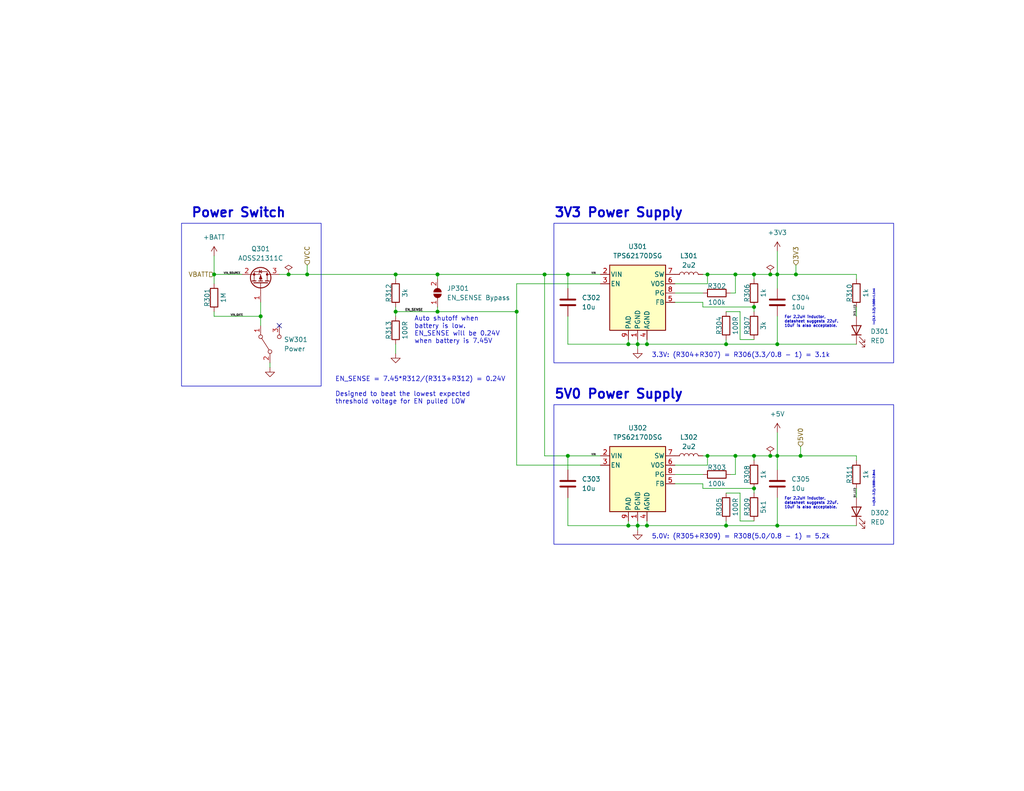
<source format=kicad_sch>
(kicad_sch (version 20230121) (generator eeschema)
  (paper "USLetter")
  (title_block (title "MiniSkidi Control Board") (date "2024-02-17") (rev "A1") (company "Olympus Engineering"))
  (lib_symbols
    (symbol "Device:C" (pin_numbers hide) (pin_names (offset 0.254))
      (property "Reference" "C" (at 0.635 2.54 0))
      (property "Value" "C" (at 0.635 -2.54 0))
      (symbol "C_0_1"
        (polyline (pts (xy -2.032 -0.762) (xy 2.032 -0.762)) (stroke (width 0.508)))
        (polyline (pts (xy -2.032 0.762) (xy 2.032 0.762)) (stroke (width 0.508)))
      )
      (symbol "C_1_1"
        (pin passive line (at 0 3.81 270) (length 2.794) (name "~") (number "1"))
        (pin passive line (at 0 -3.81 90) (length 2.794) (name "~") (number "2"))
      )
    )
    (symbol "Device:L" (pin_numbers hide) (pin_names (offset 1.016) hide)
      (property "Reference" "L" (at -1.27 0 90))
      (property "Value" "L" (at 1.905 0 90))
      (symbol "L_0_1"
        (arc (start 0 -2.54) (mid 0.6323 -1.905) (end 0 -1.27))
        (arc (start 0 -1.27) (mid 0.6323 -0.635) (end 0 0))
        (arc (start 0 0) (mid 0.6323 0.635) (end 0 1.27))
        (arc (start 0 1.27) (mid 0.6323 1.905) (end 0 2.54))
      )
      (symbol "L_1_1"
        (pin passive line (at 0 3.81 270) (length 1.27) (name "1") (number "1"))
        (pin passive line (at 0 -3.81 90) (length 1.27) (name "2") (number "2"))
      )
    )
    (symbol "Device:LED" (pin_numbers hide) (pin_names (offset 1.016) hide)
      (property "Reference" "D" (at 0 2.54 0))
      (property "Value" "LED" (at 0 -2.54 0))
      (symbol "LED_0_1"
        (polyline (pts (xy -1.27 -1.27) (xy -1.27 1.27)) (stroke (width 0.254)))
        (polyline (pts (xy -1.27 0) (xy 1.27 0)))
        (polyline (pts (xy 1.27 -1.27) (xy 1.27 1.27) (xy -1.27 0) (xy 1.27 -1.27)) (stroke (width 0.254)))
        (polyline (pts (xy -3.048 -0.762) (xy -4.572 -2.286) (xy -3.81 -2.286) (xy -4.572 -2.286) (xy -4.572 -1.524)))
        (polyline (pts (xy -1.778 -0.762) (xy -3.302 -2.286) (xy -2.54 -2.286) (xy -3.302 -2.286) (xy -3.302 -1.524)))
      )
      (symbol "LED_1_1"
        (pin passive line (at -3.81 0 0) (length 2.54) (name "K") (number "1"))
        (pin passive line (at 3.81 0 180) (length 2.54) (name "A") (number "2"))
      )
    )
    (symbol "Device:R" (pin_numbers hide) (pin_names (offset 0))
      (property "Reference" "R" (at 2.032 0 90))
      (property "Value" "R" (at 0 0 90))
      (symbol "R_0_1"
        (rectangle (start -1.016 -2.54) (end 1.016 2.54) (stroke (width 0.254)))
      )
      (symbol "R_1_1"
        (pin passive line (at 0 3.81 270) (length 1.27) (name "~") (number "1"))
        (pin passive line (at 0 -3.81 90) (length 1.27) (name "~") (number "2"))
      )
    )
    (symbol "Jumper:SolderJumper_2_Open" (pin_names (offset 0) hide)
      (property "Reference" "JP" (at 0 2.032 0))
      (property "Value" "SolderJumper_2_Open" (at 0 -2.54 0))
      (symbol "SolderJumper_2_Open_0_1"
        (arc (start -0.254 1.016) (mid -1.2656 0) (end -0.254 -1.016))
        (arc (start -0.254 1.016) (mid -1.2656 0) (end -0.254 -1.016) (fill (type outline)))
        (polyline (pts (xy -0.254 1.016) (xy -0.254 -1.016)))
        (polyline (pts (xy 0.254 1.016) (xy 0.254 -1.016)))
        (arc (start 0.254 -1.016) (mid 1.2656 0) (end 0.254 1.016))
        (arc (start 0.254 -1.016) (mid 1.2656 0) (end 0.254 1.016) (fill (type outline)))
      )
      (symbol "SolderJumper_2_Open_1_1"
        (pin passive line (at -3.81 0 0) (length 2.54) (name "A") (number "1"))
        (pin passive line (at 3.81 0 180) (length 2.54) (name "B") (number "2"))
      )
    )
    (symbol "Switch:SW_SPDT" (pin_names (offset 0) hide)
      (property "Reference" "SW" (at 0 4.318 0))
      (property "Value" "SW_SPDT" (at 0 -5.08 0))
      (symbol "SW_SPDT_0_0"
        (circle (center -2.032 0) (radius 0.508))
        (circle (center 2.032 -2.54) (radius 0.508))
      )
      (symbol "SW_SPDT_0_1"
        (polyline (pts (xy -1.524 0.254) (xy 1.651 2.286)))
        (circle (center 2.032 2.54) (radius 0.508))
      )
      (symbol "SW_SPDT_1_1"
        (pin passive line (at 5.08 2.54 180) (length 2.54) (name "A") (number "1"))
        (pin passive line (at -5.08 0 0) (length 2.54) (name "B") (number "2"))
        (pin passive line (at 5.08 -2.54 180) (length 2.54) (name "C") (number "3"))
      )
    )
    (symbol "Transistor_FET:FDN340P" (pin_names hide)
      (property "Reference" "Q" (at 5.08 1.905 0))
      (property "Value" "FDN340P" (at 5.08 0 0))
      (symbol "FDN340P_0_1"
        (polyline (pts (xy 0.254 0) (xy -2.54 0)))
        (polyline (pts (xy 0.254 1.905) (xy 0.254 -1.905)) (stroke (width 0.254)))
        (polyline (pts (xy 0.762 -1.27) (xy 0.762 -2.286)) (stroke (width 0.254)))
        (polyline (pts (xy 0.762 0.508) (xy 0.762 -0.508)) (stroke (width 0.254)))
        (polyline (pts (xy 0.762 2.286) (xy 0.762 1.27)) (stroke (width 0.254)))
        (polyline (pts (xy 2.54 2.54) (xy 2.54 1.778)))
        (polyline (pts (xy 2.54 -2.54) (xy 2.54 0) (xy 0.762 0)))
        (polyline (pts (xy 0.762 1.778) (xy 3.302 1.778) (xy 3.302 -1.778) (xy 0.762 -1.778)))
        (polyline (pts (xy 2.286 0) (xy 1.27 0.381) (xy 1.27 -0.381) (xy 2.286 0)) (fill (type outline)))
        (polyline (pts (xy 2.794 -0.508) (xy 2.921 -0.381) (xy 3.683 -0.381) (xy 3.81 -0.254)))
        (polyline (pts (xy 3.302 -0.381) (xy 2.921 0.254) (xy 3.683 0.254) (xy 3.302 -0.381)))
        (circle (center 1.651 0) (radius 2.794) (stroke (width 0.254)))
        (circle (center 2.54 -1.778) (radius 0.254) (fill (type outline)))
        (circle (center 2.54 1.778) (radius 0.254) (fill (type outline)))
      )
      (symbol "FDN340P_1_1"
        (pin input line (at -5.08 0 0) (length 2.54) (name "G") (number "1"))
        (pin passive line (at 2.54 -5.08 90) (length 2.54) (name "S") (number "2"))
        (pin passive line (at 2.54 5.08 270) (length 2.54) (name "D") (number "3"))
      )
    )
    (symbol "olympus-ecad:TPS62172DSG" (pin_names (offset 0.254))
      (property "Reference" "U" (at -7.62 11.43 0))
      (property "Value" "TPS62172DSG" (at -1.27 11.43 0))
      (symbol "TPS62172DSG_0_1"
        (rectangle (start -7.62 10.16) (end 7.62 -7.62) (stroke (width 0.254)) (fill (type background)))
      )
      (symbol "TPS62172DSG_1_1"
        (pin power_in line (at 0 -10.16 90) (length 2.54) (name "PGND") (number "1"))
        (pin power_in line (at -10.16 7.62 0) (length 2.54) (name "VIN") (number "2"))
        (pin input line (at -10.16 5.08 0) (length 2.54) (name "EN") (number "3"))
        (pin power_in line (at 2.54 -10.16 90) (length 2.54) (name "AGND") (number "4"))
        (pin input line (at 10.16 0 180) (length 2.54) (name "FB") (number "5"))
        (pin input line (at 10.16 5.08 180) (length 2.54) (name "VOS") (number "6"))
        (pin output line (at 10.16 7.62 180) (length 2.54) (name "SW") (number "7"))
        (pin open_collector line (at 10.16 2.54 180) (length 2.54) (name "PG") (number "8"))
        (pin power_in line (at -2.54 -10.16 90) (length 2.54) (name "PAD") (number "9"))
      )
    )
    (symbol "power:+3V3" (power) (pin_names (offset 0))
      (property "Value" "+3V3" (at 0 3.556 0))
      (symbol "+3V3_0_1"
        (polyline (pts (xy -0.762 1.27) (xy 0 2.54)))
        (polyline (pts (xy 0 0) (xy 0 2.54)))
        (polyline (pts (xy 0 2.54) (xy 0.762 1.27)))
      )
      (symbol "+3V3_1_1"
        (pin power_in line (at 0 0 90) (length 0) hide (name "+3V3") (number "1"))
      )
    )
    (symbol "power:+5V" (power) (pin_names (offset 0))
      (property "Value" "+5V" (at 0 3.556 0))
      (symbol "+5V_0_1"
        (polyline (pts (xy -0.762 1.27) (xy 0 2.54)))
        (polyline (pts (xy 0 0) (xy 0 2.54)))
        (polyline (pts (xy 0 2.54) (xy 0.762 1.27)))
      )
      (symbol "+5V_1_1"
        (pin power_in line (at 0 0 90) (length 0) hide (name "+5V") (number "1"))
      )
    )
    (symbol "power:+BATT" (power) (pin_names (offset 0))
      (property "Value" "+BATT" (at 0 3.556 0))
      (symbol "+BATT_0_1"
        (polyline (pts (xy -0.762 1.27) (xy 0 2.54)))
        (polyline (pts (xy 0 0) (xy 0 2.54)))
        (polyline (pts (xy 0 2.54) (xy 0.762 1.27)))
      )
      (symbol "+BATT_1_1"
        (pin power_in line (at 0 0 90) (length 0) hide (name "+BATT") (number "1"))
      )
    )
    (symbol "power:GND" (power) (pin_names (offset 0))
      (property "Value" "GND" (at 0 -3.81 0))
      (symbol "GND_0_1"
        (polyline (pts (xy 0 0) (xy 0 -1.27) (xy 1.27 -1.27) (xy 0 -2.54) (xy -1.27 -1.27) (xy 0 -1.27)))
      )
      (symbol "GND_1_1"
        (pin power_in line (at 0 0 270) (length 0) hide (name "GND") (number "1"))
      )
    )
    (symbol "power:PWR_FLAG" (power) (pin_numbers hide) (pin_names (offset 0) hide)
      (property "Value" "PWR_FLAG" (at 0 3.81 0))
      (symbol "PWR_FLAG_0_0"
        (pin power_out line (at 0 0 90) (length 0) (name "pwr") (number "1"))
      )
      (symbol "PWR_FLAG_0_1"
        (polyline (pts (xy 0 0) (xy 0 1.27) (xy -1.016 1.905) (xy 0 2.54) (xy 1.016 1.905) (xy 0 1.27)))
      )
    )
  )
  (junction (at 83.82 74.93))
  (junction (at 78.74 74.93))
  (junction (at 119.38 85.09))
  (junction (at 173.99 143.51))
  (junction (at 198.12 143.51))
  (junction (at 176.53 143.51))
  (junction (at 212.09 93.98))
  (junction (at 205.74 124.46))
  (junction (at 107.95 74.93))
  (junction (at 119.38 74.93))
  (junction (at 205.74 74.93))
  (junction (at 198.12 93.98))
  (junction (at 210.185 124.46))
  (junction (at 58.42 74.93))
  (junction (at 205.74 133.35))
  (junction (at 171.45 93.98))
  (junction (at 200.66 124.46))
  (junction (at 218.44 124.46))
  (junction (at 212.09 143.51))
  (junction (at 210.185 74.93))
  (junction (at 205.74 83.82))
  (junction (at 148.59 74.93))
  (junction (at 71.12 86.36))
  (junction (at 193.04 124.46))
  (junction (at 212.09 124.46))
  (junction (at 200.66 74.93))
  (junction (at 107.95 85.09))
  (junction (at 212.09 74.93))
  (junction (at 140.97 85.09))
  (junction (at 176.53 93.98))
  (junction (at 154.94 74.93))
  (junction (at 154.94 124.46))
  (junction (at 217.17 74.93))
  (junction (at 173.99 93.98))
  (junction (at 171.45 143.51))
  (junction (at 193.04 74.93))
  (no_connect (at 76.2 88.9))
  (wire (pts (xy 163.83 127) (xy 140.97 127)))
  (wire (pts (xy 205.74 133.35) (xy 191.77 133.35)))
  (wire (pts (xy 154.94 124.46) (xy 163.83 124.46)))
  (wire (pts (xy 58.42 74.93) (xy 66.04 74.93)))
  (wire (pts (xy 205.74 74.93) (xy 210.185 74.93)))
  (wire (pts (xy 154.94 86.36) (xy 154.94 93.98)))
  (wire (pts (xy 176.53 92.71) (xy 176.53 93.98)))
  (wire (pts (xy 140.97 127) (xy 140.97 85.09)))
  (wire (pts (xy 212.09 135.89) (xy 212.09 143.51)))
  (wire (pts (xy 198.12 142.24) (xy 198.12 143.51)))
  (wire (pts (xy 193.04 124.46) (xy 200.66 124.46)))
  (wire (pts (xy 198.12 93.98) (xy 212.09 93.98)))
  (wire (pts (xy 78.74 74.93) (xy 83.82 74.93)))
  (wire (pts (xy 173.99 143.51) (xy 176.53 143.51)))
  (wire (pts (xy 212.09 68.58) (xy 212.09 74.93)))
  (wire (pts (xy 154.94 93.98) (xy 171.45 93.98)))
  (wire (pts (xy 212.09 74.93) (xy 210.185 74.93)))
  (wire (pts (xy 173.99 92.71) (xy 173.99 93.98)))
  (wire (pts (xy 212.09 124.46) (xy 210.185 124.46)))
  (wire (pts (xy 200.66 124.46) (xy 205.74 124.46)))
  (wire (pts (xy 184.15 80.01) (xy 191.77 80.01)))
  (wire (pts (xy 218.44 121.92) (xy 218.44 124.46)))
  (wire (pts (xy 212.09 128.27) (xy 212.09 124.46)))
  (wire (pts (xy 233.68 125.73) (xy 233.68 124.46)))
  (wire (pts (xy 205.74 83.82) (xy 205.74 85.09)))
  (wire (pts (xy 233.68 76.2) (xy 233.68 74.93)))
  (wire (pts (xy 201.93 134.62) (xy 201.93 142.24)))
  (wire (pts (xy 199.39 129.54) (xy 200.66 129.54)))
  (wire (pts (xy 58.42 85.09) (xy 58.42 86.36)))
  (wire (pts (xy 217.17 72.39) (xy 217.17 74.93)))
  (wire (pts (xy 184.15 129.54) (xy 191.77 129.54)))
  (wire (pts (xy 176.53 93.98) (xy 198.12 93.98)))
  (wire (pts (xy 233.68 133.35) (xy 233.68 135.89)))
  (wire (pts (xy 191.77 74.93) (xy 193.04 74.93)))
  (wire (pts (xy 212.09 143.51) (xy 233.68 143.51)))
  (wire (pts (xy 217.17 74.93) (xy 233.68 74.93)))
  (wire (pts (xy 107.95 83.82) (xy 107.95 85.09)))
  (wire (pts (xy 184.15 127) (xy 193.04 127)))
  (wire (pts (xy 205.74 133.35) (xy 205.74 134.62)))
  (wire (pts (xy 212.09 118.11) (xy 212.09 124.46)))
  (wire (pts (xy 107.95 85.09) (xy 107.95 86.36)))
  (wire (pts (xy 154.94 143.51) (xy 171.45 143.51)))
  (wire (pts (xy 83.82 72.39) (xy 83.82 74.93)))
  (wire (pts (xy 205.74 83.82) (xy 191.77 83.82)))
  (wire (pts (xy 176.53 143.51) (xy 198.12 143.51)))
  (wire (pts (xy 212.09 86.36) (xy 212.09 93.98)))
  (wire (pts (xy 176.53 142.24) (xy 176.53 143.51)))
  (wire (pts (xy 154.94 124.46) (xy 148.59 124.46)))
  (wire (pts (xy 83.82 74.93) (xy 107.95 74.93)))
  (wire (pts (xy 212.09 124.46) (xy 218.44 124.46)))
  (wire (pts (xy 154.94 135.89) (xy 154.94 143.51)))
  (wire (pts (xy 119.38 85.09) (xy 140.97 85.09)))
  (wire (pts (xy 171.45 92.71) (xy 171.45 93.98)))
  (wire (pts (xy 201.93 85.09) (xy 201.93 92.71)))
  (wire (pts (xy 193.04 74.93) (xy 200.66 74.93)))
  (wire (pts (xy 107.95 93.98) (xy 107.95 96.52)))
  (wire (pts (xy 58.42 86.36) (xy 71.12 86.36)))
  (wire (pts (xy 198.12 134.62) (xy 201.93 134.62)))
  (wire (pts (xy 148.59 74.93) (xy 154.94 74.93)))
  (wire (pts (xy 205.74 124.46) (xy 205.74 125.73)))
  (wire (pts (xy 76.2 74.93) (xy 78.74 74.93)))
  (wire (pts (xy 107.95 74.93) (xy 107.95 76.2)))
  (wire (pts (xy 173.99 142.24) (xy 173.99 143.51)))
  (wire (pts (xy 171.45 93.98) (xy 173.99 93.98)))
  (wire (pts (xy 193.04 124.46) (xy 193.04 127)))
  (wire (pts (xy 191.77 124.46) (xy 193.04 124.46)))
  (wire (pts (xy 198.12 85.09) (xy 201.93 85.09)))
  (wire (pts (xy 233.68 83.82) (xy 233.68 86.36)))
  (wire (pts (xy 173.99 93.98) (xy 173.99 95.25)))
  (wire (pts (xy 200.66 74.93) (xy 205.74 74.93)))
  (wire (pts (xy 163.83 77.47) (xy 140.97 77.47)))
  (wire (pts (xy 191.77 83.82) (xy 191.77 82.55)))
  (wire (pts (xy 148.59 74.93) (xy 148.59 124.46)))
  (wire (pts (xy 73.66 99.06) (xy 73.66 100.33)))
  (wire (pts (xy 58.42 69.85) (xy 58.42 74.93)))
  (wire (pts (xy 184.15 82.55) (xy 191.77 82.55)))
  (wire (pts (xy 201.93 142.24) (xy 205.74 142.24)))
  (wire (pts (xy 154.94 74.93) (xy 154.94 78.74)))
  (wire (pts (xy 107.95 74.93) (xy 119.38 74.93)))
  (wire (pts (xy 212.09 74.93) (xy 217.17 74.93)))
  (wire (pts (xy 173.99 93.98) (xy 176.53 93.98)))
  (wire (pts (xy 201.93 92.71) (xy 205.74 92.71)))
  (wire (pts (xy 198.12 92.71) (xy 198.12 93.98)))
  (wire (pts (xy 140.97 77.47) (xy 140.97 85.09)))
  (wire (pts (xy 58.42 74.93) (xy 58.42 77.47)))
  (wire (pts (xy 205.74 74.93) (xy 205.74 76.2)))
  (wire (pts (xy 200.66 80.01) (xy 200.66 74.93)))
  (wire (pts (xy 200.66 129.54) (xy 200.66 124.46)))
  (wire (pts (xy 119.38 74.93) (xy 119.38 76.2)))
  (wire (pts (xy 212.09 93.98) (xy 233.68 93.98)))
  (wire (pts (xy 205.74 124.46) (xy 210.185 124.46)))
  (wire (pts (xy 193.04 74.93) (xy 193.04 77.47)))
  (wire (pts (xy 218.44 124.46) (xy 233.68 124.46)))
  (wire (pts (xy 198.12 143.51) (xy 212.09 143.51)))
  (wire (pts (xy 154.94 74.93) (xy 163.83 74.93)))
  (wire (pts (xy 184.15 77.47) (xy 193.04 77.47)))
  (wire (pts (xy 119.38 74.93) (xy 148.59 74.93)))
  (wire (pts (xy 154.94 124.46) (xy 154.94 128.27)))
  (wire (pts (xy 212.09 78.74) (xy 212.09 74.93)))
  (wire (pts (xy 71.12 86.36) (xy 71.12 88.9)))
  (wire (pts (xy 171.45 142.24) (xy 171.45 143.51)))
  (wire (pts (xy 107.95 85.09) (xy 119.38 85.09)))
  (wire (pts (xy 173.99 143.51) (xy 173.99 144.78)))
  (wire (pts (xy 184.15 132.08) (xy 191.77 132.08)))
  (wire (pts (xy 199.39 80.01) (xy 200.66 80.01)))
  (wire (pts (xy 119.38 83.82) (xy 119.38 85.09)))
  (wire (pts (xy 171.45 143.51) (xy 173.99 143.51)))
  (wire (pts (xy 191.77 133.35) (xy 191.77 132.08)))
  (wire (pts (xy 71.12 82.55) (xy 71.12 86.36)))
  (rectangle (start 151.13 110.49) (end 243.84 148.59))
  (rectangle (start 151.13 60.96) (end 243.84 99.06))
  (rectangle (start 49.53 60.96) (end 87.63 105.41))
  (text "EN_SENSE = 7.45*R312/(R313+R312) = 0.24V\n\nDesigned to beat the lowest expected\nthreshold voltage for EN pulled LOW" (at 91.44 110.49 0) (effects (font (size 1.27 1.27)) (justify left bottom)))
  (text "For 2.2uH inductor,\ndatasheet suggests 22uF.\n10uF is also acceptable." (at 213.995 139.065 0) (effects (font (size 0.75 0.75)) (justify left bottom)))
  (text "Auto shutoff when \nbattery is low.\nEN_SENSE will be 0.24V \nwhen battery is 7.45V" (at 113.03 93.98 0) (effects (font (size 1.27 1.27)) (justify left bottom)))
  (text "5V0 Power Supply" (at 151.13 109.22 0) (effects (font (size 2.54 2.54) (thickness 0.508) bold) (justify left bottom)))
  (text "I=(5.0-2.2)/1000=2.8mA" (at 238.76 138.43 90) (effects (font (size 0.5 0.5)) (justify left bottom)))
  (text "5.0V: (R305+R309) = R308(5.0/0.8 - 1) = 5.2k" (at 177.8 147.32 0) (effects (font (size 1.27 1.27)) (justify left bottom)))
  (text "For 2.2uH inductor,\ndatasheet suggests 22uF.\n10uF is also acceptable." (at 213.995 89.535 0) (effects (font (size 0.75 0.75)) (justify left bottom)))
  (text "3.3V: (R304+R307) = R306(3.3/0.8 - 1) = 3.1k\n" (at 177.8 97.79 0) (effects (font (size 1.27 1.27)) (justify left bottom)))
  (text "Power Switch" (at 52.07 59.69 0) (effects (font (size 2.54 2.54) (thickness 0.508) bold) (justify left bottom)))
  (text "3V3 Power Supply" (at 151.13 59.69 0) (effects (font (size 2.54 2.54) (thickness 0.508) bold) (justify left bottom)))
  (text "I=(3.3-2.2)/1000=1.1mA" (at 238.76 88.9 90) (effects (font (size 0.5 0.5)) (justify left bottom)))
  (label "VIN_GATE" (at 62.865 86.36 0) (effects (font (size 0.5 0.5))))
  (label "5V_LED" (at 233.68 135.89 90) (effects (font (size 0.5 0.5) bold)))
  (label "VIN_SOURCE" (at 60.96 74.93 0) (effects (font (size 0.5 0.5))))
  (label "VIN" (at 161.29 124.46 0) (effects (font (size 0.5 0.5))))
  (label "3V3_LED" (at 233.68 86.36 90) (effects (font (size 0.5 0.5) bold)))
  (label "EN_SENSE" (at 110.49 85.09 0) (effects (font (size 0.635 0.635))))
  (label "VIN" (at 161.29 74.93 0) (effects (font (size 0.5 0.5))))
  (hierarchical_label "5V0" (shape input) (at 218.44 121.92 90))
  (hierarchical_label "3V3" (shape input) (at 217.17 72.39 90))
  (hierarchical_label "VBATT" (shape input) (at 58.42 74.93 180))
  (hierarchical_label "VCC" (shape input) (at 83.82 72.39 90))
  (symbol (lib_id "Device:R") (at 205.74 80.01 180) (unit 1)
    (property "Reference" "R306" (at 203.835 80.01 90))
    (property "Value" "1k" (at 208.28 80.01 90))
    (property "Footprint" "Resistor_SMD:R_0603_1608Metric" (effects hide))
    (property "Datasheet" "https://www.yageo.com/upload/media/product/app/datasheet/rchip/pyu-rc_group_51_rohs_l.pdf" (effects hide))
    (property "Distributor Link" "https://www.digikey.com/en/products/detail/yageo/RC0603FR-131KL/12756402?s=N4IgTCBcDaIEoGEAMA2JBmAYnAtARnTwGkAZEAXQF8g" (effects hide))
    (property "Manfacturer PN" "RC0603FR-131KL" (effects hide))
    (property "Manufacturer" "YAGEO" (effects hide))
  )
  (symbol (lib_id "power:GND") (at 173.99 95.25 0) (unit 1)
    (property "Reference" "#PWR0305" (effects hide))
    (property "Value" "GND" (effects hide))
  )
  (symbol (lib_id "power:GND") (at 73.66 100.33 0) (unit 1)
    (property "Reference" "#PWR0304" (effects hide))
    (property "Value" "GND" (effects hide))
  )
  (symbol (lib_id "power:GND") (at 173.99 144.78 0) (unit 1)
    (property "Reference" "#PWR0306" (effects hide))
    (property "Value" "GND" (effects hide))
  )
  (symbol (lib_id "power:+5V") (at 212.09 118.11 0) (unit 1)
    (property "Reference" "#PWR0308" (effects hide))
    (property "Value" "+5V" (at 212.09 113.03 0))
  )
  (symbol (lib_id "Device:R") (at 195.58 80.01 90) (unit 1)
    (property "Reference" "R302" (at 195.58 78.105 90))
    (property "Value" "100k" (at 195.58 82.55 90))
    (property "Footprint" "Resistor_SMD:R_0603_1608Metric" (effects hide))
    (property "Datasheet" "https://www.yageo.com/upload/media/product/app/datasheet/rchip/pyu-rc_group_51_rohs_l.pdf" (effects hide))
    (property "Distributor Link" "https://www.digikey.com/en/products/detail/yageo/RC0603FR-13100KL/12756389?s=N4IgTCBcDaIEoGEAMA2JBmAYnAtARnTySQGsAZEAXQF8g" (effects hide))
    (property "Manfacturer PN" "RC0603FR-135K1L" (effects hide))
    (property "Manufacturer" "YAGEO" (effects hide))
  )
  (symbol (lib_id "olympus-ecad:TPS62172DSG") (at 173.99 132.08 0) (unit 1)
    (property "Reference" "U302" (at 173.99 116.84 0))
    (property "Value" "TPS62170DSG" (at 173.99 119.38 0))
    (property "Footprint" "Package_SON:WSON-8-1EP_2x2mm_P0.5mm_EP0.9x1.6mm_ThermalVias" (effects hide))
    (property "Datasheet" "http://www.ti.com/lit/ds/symlink/tps62170.pdf" (effects hide))
    (property "Distributor Link" "https://www.digikey.com/en/products/detail/texas-instruments/TPS62170DSGR/2780969?s=N4IgTCBcDaICoAUDKA2MBGA7ABgCJIHEAlEAXQF8g" (effects hide))
    (property "Manfacturer PN" "TPS62170DSGR" (effects hide))
    (property "Manufacturer" "Texas Instruments" (effects hide))
  )
  (symbol (lib_id "Device:LED") (at 233.68 90.17 90) (unit 1)
    (property "Reference" "D301" (at 237.49 90.4875 90) (effects (justify right)))
    (property "Value" "RED" (at 237.49 93.0275 90) (effects (justify right)))
    (property "Footprint" "LED_SMD:LED_0603_1608Metric" (effects hide))
    (property "Datasheet" "https://www.rohm.com/datasheet?p=SML-D12U8W&dist=Digi-key&media=referral&source=digi-key.com&campaign=Digi-key" (effects hide))
    (property "Distributor Link" "https://www.digikey.com/en/products/detail/rohm-semiconductor/SML-D12U8WT86/1641799" (effects hide))
    (property "Manfacturer PN" "SML-D12U8WT86" (effects hide))
    (property "Manufacturer" "Rohm Semiconductor" (effects hide))
  )
  (symbol (lib_id "Device:R") (at 233.68 80.01 180) (unit 1)
    (property "Reference" "R310" (at 231.775 80.01 90))
    (property "Value" "1k" (at 236.22 80.01 90))
    (property "Footprint" "Resistor_SMD:R_0603_1608Metric" (effects hide))
    (property "Datasheet" "https://www.yageo.com/upload/media/product/app/datasheet/rchip/pyu-rc_group_51_rohs_l.pdf" (effects hide))
    (property "Distributor Link" "https://www.digikey.com/en/products/detail/yageo/RC0603FR-131KL/12756402?s=N4IgTCBcDaIEoGEAMA2JBmAYnAtARnTwGkAZEAXQF8g" (effects hide))
    (property "Manfacturer PN" "RC0603FR-131KL" (effects hide))
    (property "Manufacturer" "YAGEO" (effects hide))
  )
  (symbol (lib_id "power:+3V3") (at 212.09 68.58 0) (unit 1)
    (property "Reference" "#PWR0307" (effects hide))
    (property "Value" "+3V3" (at 212.09 63.5 0))
  )
  (symbol (lib_id "power:+BATT") (at 58.42 69.85 0) (mirror y) (unit 1)
    (property "Reference" "#PWR0301" (effects hide))
    (property "Value" "+BATT" (at 58.42 64.77 0))
  )
  (symbol (lib_id "Device:R") (at 233.68 129.54 180) (unit 1)
    (property "Reference" "R311" (at 231.775 129.54 90))
    (property "Value" "1k" (at 236.22 129.54 90))
    (property "Footprint" "Resistor_SMD:R_0603_1608Metric" (effects hide))
    (property "Datasheet" "https://www.yageo.com/upload/media/product/app/datasheet/rchip/pyu-rc_group_51_rohs_l.pdf" (effects hide))
    (property "Distributor Link" "https://www.digikey.com/en/products/detail/yageo/RC0603FR-131KL/12756402?s=N4IgTCBcDaIEoGEAMA2JBmAYnAtARnTwGkAZEAXQF8g" (effects hide))
    (property "Manfacturer PN" "RC0603FR-131KL" (effects hide))
    (property "Manufacturer" "YAGEO" (effects hide))
  )
  (symbol (lib_id "Device:C") (at 154.94 82.55 0) (unit 1)
    (property "Reference" "C302" (at 158.75 81.28 0) (effects (justify left)))
    (property "Value" "10u" (at 158.75 83.82 0) (effects (justify left)))
    (property "Footprint" "Capacitor_SMD:C_0603_1608Metric" (effects hide))
    (property "Datasheet" "https://ele.kyocera.com/assets/products/capacitor/CM_Series_e.pdf" (effects hide))
    (property "Distributor Link" "https://www.digikey.com/en/products/detail/kyocera-avx/CM105X5R106K16AT/17866311" (effects hide))
    (property "Manfacturer PN" "CM105X5R106K16AT" (effects hide))
    (property "Manufacturer" "KYOCERA AVX" (effects hide))
  )
  (symbol (lib_id "Device:L") (at 187.96 74.93 90) (unit 1)
    (property "Reference" "L301" (at 187.96 69.85 90))
    (property "Value" "2u2" (at 187.96 72.39 90))
    (property "Footprint" "Inductor_SMD:L_Coilcraft_XFL2010" (effects hide))
    (property "Datasheet" "https://www.coilcraft.com/en-us/files/datasheet/XFL2010" (effects hide))
    (property "Distributor Link" "https://www.digikey.com/en/products/detail/coilcraft/XFL2010-222MEC/16634827?s=N4IgTCBcDaIB4DMA2YAMBGVBaMuC2ApgMYgC6AvkA" (effects hide))
    (property "Manfacturer PN" "XFL2010-222MEC" (effects hide))
    (property "Manufacturer" "Coilcraft" (effects hide))
  )
  (symbol (lib_id "power:GND") (at 107.95 96.52 0) (unit 1)
    (property "Reference" "#PWR0302" (effects hide))
    (property "Value" "GND" (effects hide))
  )
  (symbol (lib_id "Transistor_FET:FDN340P") (at 71.12 77.47 270) (mirror x) (unit 1)
    (property "Reference" "Q301" (at 71.12 67.945 90))
    (property "Value" "AOSS21311C" (at 71.12 70.485 90))
    (property "Footprint" "Package_TO_SOT_SMD:SOT-23" (effects hide))
    (property "Datasheet" "https://aosmd.com/res/data_sheets/AOSS21311C.pdf" (effects hide))
    (property "Distributor Link" "https://www.digikey.com/en/products/detail/alpha-omega-semiconductor-inc/AOSS21311C/11567447?s=N4IgTCBcDaIIIHkDKSwEYDMa0GEQF0BfIA" (effects hide))
    (property "Manfacturer PN" "AOSS21311C" (effects hide))
    (property "Manufacturer" "Alpha & Omega Semiconductor Inc." (effects hide))
  )
  (symbol (lib_id "Device:R") (at 205.74 88.9 180) (unit 1)
    (property "Reference" "R307" (at 203.835 88.9 90))
    (property "Value" "3k" (at 208.28 88.9 90))
    (property "Footprint" "Resistor_SMD:R_0603_1608Metric" (effects hide))
    (property "Datasheet" "https://www.yageo.com/upload/media/product/app/datasheet/rchip/pyu-rc_group_51_rohs_l.pdf" (effects hide))
    (property "Distributor Link" "https://www.digikey.com/en/products/detail/yageo/RC0603FR-133KL/14008166?s=N4IgTCBcDaIEoGEAMA2JBmAYnAtARnXQGsAZEAXQF8g" (effects hide))
    (property "Manfacturer PN" "RC0603FR-133KL" (effects hide))
    (property "Manufacturer" "YAGEO" (effects hide))
  )
  (symbol (lib_id "Device:LED") (at 233.68 139.7 90) (unit 1)
    (property "Reference" "D302" (at 237.49 140.0175 90) (effects (justify right)))
    (property "Value" "RED" (at 237.49 142.5575 90) (effects (justify right)))
    (property "Footprint" "LED_SMD:LED_0603_1608Metric" (effects hide))
    (property "Datasheet" "https://www.rohm.com/datasheet?p=SML-D12U8W&dist=Digi-key&media=referral&source=digi-key.com&campaign=Digi-key" (effects hide))
    (property "Distributor Link" "https://www.digikey.com/en/products/detail/rohm-semiconductor/SML-D12U8WT86/1641799" (effects hide))
    (property "Manfacturer PN" "SML-D12U8WT86" (effects hide))
    (property "Manufacturer" "Rohm Semiconductor" (effects hide))
  )
  (symbol (lib_id "Device:C") (at 154.94 132.08 0) (unit 1)
    (property "Reference" "C303" (at 158.75 130.81 0) (effects (justify left)))
    (property "Value" "10u" (at 158.75 133.35 0) (effects (justify left)))
    (property "Footprint" "Capacitor_SMD:C_0603_1608Metric" (effects hide))
    (property "Datasheet" "https://ele.kyocera.com/assets/products/capacitor/CM_Series_e.pdf" (effects hide))
    (property "Distributor Link" "https://www.digikey.com/en/products/detail/kyocera-avx/CM105X5R106K16AT/17866311" (effects hide))
    (property "Manfacturer PN" "CM105X5R106K16AT" (effects hide))
    (property "Manufacturer" "KYOCERA AVX" (effects hide))
  )
  (symbol (lib_id "Device:R") (at 198.12 88.9 180) (unit 1)
    (property "Reference" "R304" (at 196.215 88.9 90))
    (property "Value" "100R" (at 200.66 88.9 90))
    (property "Footprint" "Resistor_SMD:R_0603_1608Metric" (effects hide))
    (property "Datasheet" "https://www.yageo.com/upload/media/product/app/datasheet/rchip/pyu-rc_group_51_rohs_l.pdf" (effects hide))
    (property "Distributor Link" "https://www.digikey.com/en/products/detail/yageo/RC0603FR-13100RL/12756392?s=N4IgTCBcDaIEoGEAMA2JBmAYnAtARnTySTgBkQBdAXyA" (effects hide))
    (property "Manfacturer PN" "RC0603FR-13100RL" (effects hide))
    (property "Manufacturer" "YAGEO" (effects hide))
  )
  (symbol (lib_id "power:PWR_FLAG") (at 78.74 74.93 0) (unit 1)
    (property "Reference" "#FLG0302" (effects hide))
    (property "Value" "PWR_FLAG" (effects hide))
  )
  (symbol (lib_id "Device:R") (at 205.74 138.43 180) (unit 1)
    (property "Reference" "R309" (at 203.835 138.43 90))
    (property "Value" "5k1" (at 208.28 138.43 90))
    (property "Footprint" "Resistor_SMD:R_0603_1608Metric" (effects hide))
    (property "Datasheet" "https://www.yageo.com/upload/media/product/app/datasheet/rchip/pyu-rc_group_51_rohs_l.pdf" (effects hide))
    (property "Distributor Link" "https://www.digikey.com/en/products/detail/yageo/RC0603FR-133KL/14008166?s=N4IgTCBcDaIEoGEAMA2JBmAYnAtARnXQGsAZEAXQF8g" (effects hide))
    (property "Manfacturer PN" "RC0603FR-133KL" (effects hide))
    (property "Manufacturer" "YAGEO" (effects hide))
  )
  (symbol (lib_id "Device:R") (at 198.12 138.43 180) (unit 1)
    (property "Reference" "R305" (at 196.215 138.43 90))
    (property "Value" "100R" (at 200.66 138.43 90))
    (property "Footprint" "Resistor_SMD:R_0603_1608Metric" (effects hide))
    (property "Datasheet" "https://www.yageo.com/upload/media/product/app/datasheet/rchip/pyu-rc_group_51_rohs_l.pdf" (effects hide))
    (property "Distributor Link" "https://www.digikey.com/en/products/detail/yageo/RC0603FR-13100RL/12756392?s=N4IgTCBcDaIEoGEAMA2JBmAYnAtARnTySTgBkQBdAXyA" (effects hide))
    (property "Manfacturer PN" "RC0603FR-13100RL" (effects hide))
    (property "Manufacturer" "YAGEO" (effects hide))
  )
  (symbol (lib_id "Device:R") (at 58.42 81.28 180) (unit 1)
    (property "Reference" "R301" (at 56.515 81.28 90))
    (property "Value" "1M" (at 60.96 81.28 90))
    (property "Footprint" "Resistor_SMD:R_0603_1608Metric" (effects hide))
    (property "Datasheet" "https://www.yageo.com/upload/media/product/app/datasheet/rchip/pyu-rc_group_51_rohs_l.pdf" (effects hide))
    (property "Distributor Link" "https://www.digikey.com/en/products/detail/yageo/RC0603FR-131ML/13694152" (effects hide))
    (property "Manfacturer PN" "RC0603FR-131ML" (effects hide))
    (property "Manufacturer" "YAGEO" (effects hide))
  )
  (symbol (lib_id "power:PWR_FLAG") (at 210.185 124.46 0) (unit 1)
    (property "Reference" "#FLG0304" (effects hide))
    (property "Value" "PWR_FLAG" (effects hide))
  )
  (symbol (lib_id "Device:C") (at 212.09 132.08 0) (unit 1)
    (property "Reference" "C305" (at 215.9 130.81 0) (effects (justify left)))
    (property "Value" "10u" (at 215.9 133.35 0) (effects (justify left)))
    (property "Footprint" "Capacitor_SMD:C_0603_1608Metric" (effects hide))
    (property "Datasheet" "https://ele.kyocera.com/assets/products/capacitor/CM_Series_e.pdf" (effects hide))
    (property "Distributor Link" "https://www.digikey.com/en/products/detail/kyocera-avx/CM105X5R106K16AT/17866311" (effects hide))
    (property "Manfacturer PN" "CM105X5R106K16AT" (effects hide))
    (property "Manufacturer" "KYOCERA AVX" (effects hide))
  )
  (symbol (lib_id "power:PWR_FLAG") (at 210.185 74.93 0) (unit 1)
    (property "Reference" "#FLG0303" (effects hide))
    (property "Value" "PWR_FLAG" (effects hide))
  )
  (symbol (lib_id "Device:R") (at 195.58 129.54 90) (unit 1)
    (property "Reference" "R303" (at 195.58 127.635 90))
    (property "Value" "100k" (at 195.58 132.08 90))
    (property "Footprint" "Resistor_SMD:R_0603_1608Metric" (effects hide))
    (property "Datasheet" "https://www.yageo.com/upload/media/product/app/datasheet/rchip/pyu-rc_group_51_rohs_l.pdf" (effects hide))
    (property "Distributor Link" "https://www.digikey.com/en/products/detail/yageo/RC0603FR-13100KL/12756389?s=N4IgTCBcDaIEoGEAMA2JBmAYnAtARnTySQGsAZEAXQF8g" (effects hide))
    (property "Manfacturer PN" "RC0603FR-135K1L" (effects hide))
    (property "Manufacturer" "YAGEO" (effects hide))
  )
  (symbol (lib_id "Device:L") (at 187.96 124.46 90) (unit 1)
    (property "Reference" "L302" (at 187.96 119.38 90))
    (property "Value" "2u2" (at 187.96 121.92 90))
    (property "Footprint" "Inductor_SMD:L_Coilcraft_XFL2010" (effects hide))
    (property "Datasheet" "https://www.coilcraft.com/en-us/files/datasheet/XFL2010" (effects hide))
    (property "Distributor Link" "https://www.digikey.com/en/products/detail/coilcraft/XFL2010-222MEC/16634827?s=N4IgTCBcDaIB4DMA2YAMBGVBaMuC2ApgMYgC6AvkA" (effects hide))
    (property "Manfacturer PN" "XFL2010-222MEC" (effects hide))
    (property "Manufacturer" "Coilcraft" (effects hide))
  )
  (symbol (lib_id "Device:R") (at 107.95 90.17 180) (unit 1)
    (property "Reference" "R313" (at 106.045 90.17 90))
    (property "Value" "100R" (at 110.49 90.17 90))
    (property "Footprint" "Resistor_SMD:R_0603_1608Metric" (effects hide))
    (property "Datasheet" "https://www.yageo.com/upload/media/product/app/datasheet/rchip/pyu-rc_group_51_rohs_l.pdf" (effects hide))
    (property "Distributor Link" "https://www.digikey.com/en/products/detail/yageo/RC0603FR-131ML/13694152" (effects hide))
    (property "Manfacturer PN" "RC0603FR-131ML" (effects hide))
    (property "Manufacturer" "YAGEO" (effects hide))
  )
  (symbol (lib_id "Jumper:SolderJumper_2_Open") (at 119.38 80.01 90) (unit 1)
    (property "Reference" "JP301" (at 121.92 78.74 90) (effects (justify right)))
    (property "Value" "EN_SENSE Bypass" (at 121.92 81.28 90) (effects (justify right)))
  )
  (symbol (lib_id "Device:R") (at 205.74 129.54 180) (unit 1)
    (property "Reference" "R308" (at 203.835 129.54 90))
    (property "Value" "1k" (at 208.28 129.54 90))
    (property "Footprint" "Resistor_SMD:R_0603_1608Metric" (effects hide))
    (property "Datasheet" "https://www.yageo.com/upload/media/product/app/datasheet/rchip/pyu-rc_group_51_rohs_l.pdf" (effects hide))
    (property "Distributor Link" "https://www.digikey.com/en/products/detail/yageo/RC0603FR-131KL/12756402?s=N4IgTCBcDaIEoGEAMA2JBmAYnAtARnTwGkAZEAXQF8g" (effects hide))
    (property "Manfacturer PN" "RC0603FR-131KL" (effects hide))
    (property "Manufacturer" "YAGEO" (effects hide))
  )
  (symbol (lib_id "Device:C") (at 212.09 82.55 0) (unit 1)
    (property "Reference" "C304" (at 215.9 81.28 0) (effects (justify left)))
    (property "Value" "10u" (at 215.9 83.82 0) (effects (justify left)))
    (property "Footprint" "Capacitor_SMD:C_0603_1608Metric" (effects hide))
    (property "Datasheet" "https://ele.kyocera.com/assets/products/capacitor/CM_Series_e.pdf" (effects hide))
    (property "Distributor Link" "https://www.digikey.com/en/products/detail/kyocera-avx/CM105X5R106K16AT/17866311" (effects hide))
    (property "Manfacturer PN" "CM105X5R106K16AT" (effects hide))
    (property "Manufacturer" "KYOCERA AVX" (effects hide))
  )
  (symbol (lib_id "Switch:SW_SPDT") (at 73.66 93.98 90) (unit 1)
    (property "Reference" "SW301" (at 77.47 92.71 90) (effects (justify right)))
    (property "Value" "Power" (at 77.47 95.25 90) (effects (justify right)))
    (property "Footprint" "Button_Switch_SMD:SW_SPDT_CK-JS102011SAQN" (effects hide))
    (property "Datasheet" "https://www.ckswitches.com/media/1422/js.pdf" (effects hide))
    (property "Distributor Link" "https://www.digikey.com/en/products/detail/c-k/JS102011SAQN/1640095" (effects hide))
    (property "Manfacturer PN" "JS102011SAQN" (effects hide))
    (property "Manufacturer" "C&K" (effects hide))
  )
  (symbol (lib_id "Device:R") (at 107.95 80.01 180) (unit 1)
    (property "Reference" "R312" (at 106.045 80.01 90))
    (property "Value" "3k" (at 110.49 80.01 90))
    (property "Footprint" "Resistor_SMD:R_0603_1608Metric" (effects hide))
    (property "Datasheet" "https://www.yageo.com/upload/media/product/app/datasheet/rchip/pyu-rc_group_51_rohs_l.pdf" (effects hide))
    (property "Distributor Link" "https://www.digikey.com/en/products/detail/yageo/RC0603FR-131ML/13694152" (effects hide))
    (property "Manfacturer PN" "RC0603FR-131ML" (effects hide))
    (property "Manufacturer" "YAGEO" (effects hide))
  )
  (symbol (lib_id "olympus-ecad:TPS62172DSG") (at 173.99 82.55 0) (unit 1)
    (property "Reference" "U301" (at 173.99 67.31 0))
    (property "Value" "TPS62170DSG" (at 173.99 69.85 0))
    (property "Footprint" "Package_SON:WSON-8-1EP_2x2mm_P0.5mm_EP0.9x1.6mm_ThermalVias" (effects hide))
    (property "Datasheet" "http://www.ti.com/lit/ds/symlink/tps62170.pdf" (effects hide))
    (property "Distributor Link" "https://www.digikey.com/en/products/detail/texas-instruments/TPS62170DSGR/2780969?s=N4IgTCBcDaICoAUDKA2MBGA7ABgCJIHEAlEAXQF8g" (effects hide))
    (property "Manfacturer PN" "TPS62170DSGR" (effects hide))
    (property "Manufacturer" "Texas Instruments" (effects hide))
  )
)
</source>
